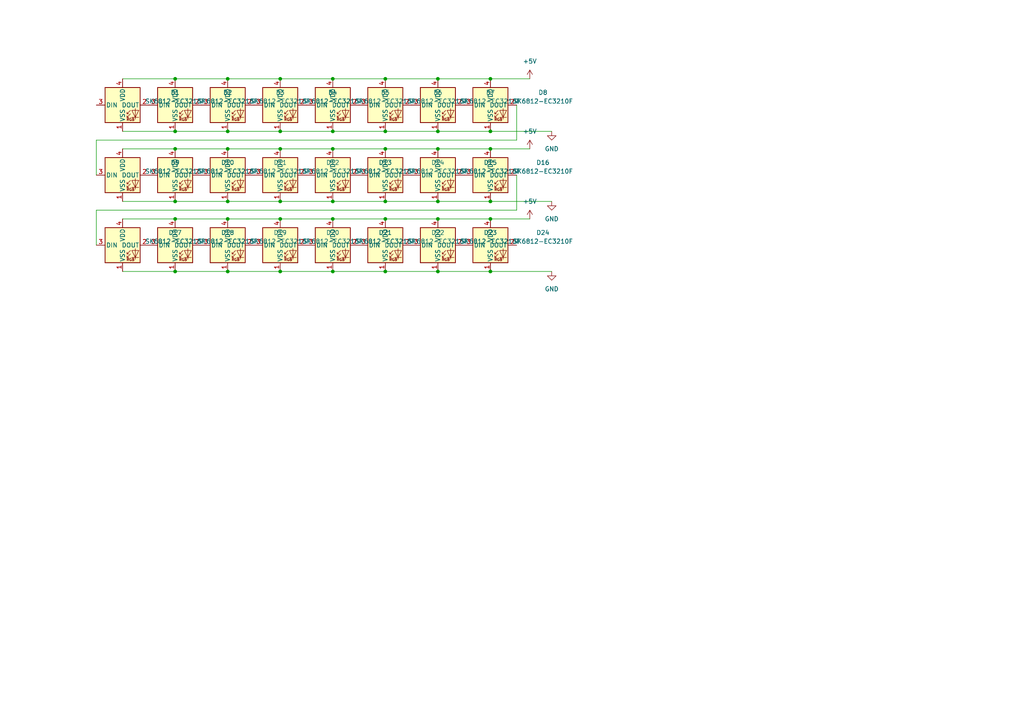
<source format=kicad_sch>
(kicad_sch (version 20231120) (generator "eeschema") (generator_version "8.0")
  (paper "A4")
  (lib_symbols
    (symbol "CustomSymbols:SK6812-EC3210F" (pin_names (offset 0.254))
      (property "Reference" "D" (at 5.08 5.715 0))
      (property "Value" "SK6812-EC3210F" (at 1.27 -5.715 0))
      (symbol "SK6812-EC3210F_0_0"
        (text "RGB" (at 2.286 -4.191 0) (effects (font (size 0.762 0.762))))
      )
      (symbol "SK6812-EC3210F_0_1"
        (polyline (pts (xy 1.27 -3.556) (xy 1.778 -3.556)))
        (polyline (pts (xy 1.27 -2.54) (xy 1.778 -2.54)))
        (polyline (pts (xy 4.699 -3.556) (xy 2.667 -3.556)))
        (polyline (pts (xy 2.286 -2.54) (xy 1.27 -3.556) (xy 1.27 -3.048)))
        (polyline (pts (xy 2.286 -1.524) (xy 1.27 -2.54) (xy 1.27 -2.032)))
        (polyline (pts (xy 3.683 -1.016) (xy 3.683 -3.556) (xy 3.683 -4.064)))
        (polyline (pts (xy 4.699 -1.524) (xy 2.667 -1.524) (xy 3.683 -3.556) (xy 4.699 -1.524)))
        (rectangle (start 5.08 5.08) (end -5.08 -5.08) (stroke (width 0.254)) (fill (type background)))
      )
      (symbol "SK6812-EC3210F_1_1"
        (pin power_in line (at 0 -7.62 90) (length 2.54) (name "VSS") (number "1"))
        (pin output line (at 7.62 0 180) (length 2.54) (name "DOUT") (number "2"))
        (pin input line (at -7.62 0 0) (length 2.54) (name "DIN") (number "3"))
        (pin power_in line (at 0 7.62 270) (length 2.54) (name "VDD") (number "4"))
      )
    )
    (symbol "power:+5V" (power) (pin_names (offset 0))
      (property "Value" "+5V" (at 0 3.556 0))
      (symbol "+5V_0_1"
        (polyline (pts (xy -0.762 1.27) (xy 0 2.54)))
        (polyline (pts (xy 0 0) (xy 0 2.54)))
        (polyline (pts (xy 0 2.54) (xy 0.762 1.27)))
      )
      (symbol "+5V_1_1"
        (pin power_in line (at 0 0 90) (length 0) hide (name "+5V") (number "1"))
      )
    )
    (symbol "power:GND" (power) (pin_names (offset 0))
      (property "Value" "GND" (at 0 -3.81 0))
      (symbol "GND_0_1"
        (polyline (pts (xy 0 0) (xy 0 -1.27) (xy 1.27 -1.27) (xy 0 -2.54) (xy -1.27 -1.27) (xy 0 -1.27)))
      )
      (symbol "GND_1_1"
        (pin power_in line (at 0 0 270) (length 0) hide (name "GND") (number "1"))
      )
    )
  )
  (junction (at 111.76 22.86))
  (junction (at 50.8 58.42))
  (junction (at 111.76 63.5))
  (junction (at 142.24 38.1))
  (junction (at 142.24 58.42))
  (junction (at 66.04 38.1))
  (junction (at 127 78.74))
  (junction (at 50.8 38.1))
  (junction (at 111.76 78.74))
  (junction (at 96.52 22.86))
  (junction (at 96.52 78.74))
  (junction (at 127 58.42))
  (junction (at 111.76 38.1))
  (junction (at 142.24 22.86))
  (junction (at 50.8 22.86))
  (junction (at 142.24 43.18))
  (junction (at 50.8 63.5))
  (junction (at 127 63.5))
  (junction (at 127 38.1))
  (junction (at 111.76 43.18))
  (junction (at 66.04 58.42))
  (junction (at 142.24 78.74))
  (junction (at 50.8 78.74))
  (junction (at 127 43.18))
  (junction (at 96.52 58.42))
  (junction (at 81.28 43.18))
  (junction (at 66.04 22.86))
  (junction (at 81.28 63.5))
  (junction (at 96.52 38.1))
  (junction (at 66.04 78.74))
  (junction (at 50.8 43.18))
  (junction (at 81.28 78.74))
  (junction (at 81.28 58.42))
  (junction (at 96.52 63.5))
  (junction (at 127 22.86))
  (junction (at 142.24 63.5))
  (junction (at 81.28 38.1))
  (junction (at 111.76 58.42))
  (junction (at 66.04 63.5))
  (junction (at 96.52 43.18))
  (junction (at 81.28 22.86))
  (junction (at 66.04 43.18))
  (wire (pts (xy 111.76 63.5) (xy 127 63.5)))
  (wire (pts (xy 96.52 58.42) (xy 111.76 58.42)))
  (wire (pts (xy 111.76 38.1) (xy 127 38.1)))
  (wire (pts (xy 81.28 38.1) (xy 96.52 38.1)))
  (wire (pts (xy 66.04 22.86) (xy 81.28 22.86)))
  (wire (pts (xy 35.56 78.74) (xy 50.8 78.74)))
  (wire (pts (xy 127 78.74) (xy 142.24 78.74)))
  (wire (pts (xy 50.8 78.74) (xy 66.04 78.74)))
  (wire (pts (xy 127 43.18) (xy 142.24 43.18)))
  (wire (pts (xy 96.52 38.1) (xy 111.76 38.1)))
  (wire (pts (xy 35.56 22.86) (xy 50.8 22.86)))
  (wire (pts (xy 50.8 22.86) (xy 66.04 22.86)))
  (wire (pts (xy 149.86 60.96) (xy 27.94 60.96)))
  (wire (pts (xy 127 22.86) (xy 142.24 22.86)))
  (wire (pts (xy 142.24 38.1) (xy 160.02 38.1)))
  (wire (pts (xy 142.24 63.5) (xy 153.67 63.5)))
  (wire (pts (xy 35.56 38.1) (xy 50.8 38.1)))
  (wire (pts (xy 66.04 63.5) (xy 81.28 63.5)))
  (wire (pts (xy 50.8 63.5) (xy 66.04 63.5)))
  (wire (pts (xy 81.28 43.18) (xy 96.52 43.18)))
  (wire (pts (xy 127 63.5) (xy 142.24 63.5)))
  (wire (pts (xy 27.94 60.96) (xy 27.94 71.12)))
  (wire (pts (xy 111.76 22.86) (xy 127 22.86)))
  (wire (pts (xy 111.76 43.18) (xy 127 43.18)))
  (wire (pts (xy 96.52 78.74) (xy 111.76 78.74)))
  (wire (pts (xy 142.24 22.86) (xy 153.67 22.86)))
  (wire (pts (xy 96.52 43.18) (xy 111.76 43.18)))
  (wire (pts (xy 66.04 58.42) (xy 81.28 58.42)))
  (wire (pts (xy 81.28 58.42) (xy 96.52 58.42)))
  (wire (pts (xy 81.28 78.74) (xy 96.52 78.74)))
  (wire (pts (xy 81.28 22.86) (xy 96.52 22.86)))
  (wire (pts (xy 35.56 58.42) (xy 50.8 58.42)))
  (wire (pts (xy 66.04 78.74) (xy 81.28 78.74)))
  (wire (pts (xy 149.86 30.48) (xy 149.86 40.64)))
  (wire (pts (xy 149.86 50.8) (xy 149.86 60.96)))
  (wire (pts (xy 27.94 40.64) (xy 27.94 50.8)))
  (wire (pts (xy 142.24 43.18) (xy 153.67 43.18)))
  (wire (pts (xy 127 58.42) (xy 142.24 58.42)))
  (wire (pts (xy 35.56 43.18) (xy 50.8 43.18)))
  (wire (pts (xy 96.52 22.86) (xy 111.76 22.86)))
  (wire (pts (xy 50.8 58.42) (xy 66.04 58.42)))
  (wire (pts (xy 66.04 38.1) (xy 81.28 38.1)))
  (wire (pts (xy 81.28 63.5) (xy 96.52 63.5)))
  (wire (pts (xy 111.76 58.42) (xy 127 58.42)))
  (wire (pts (xy 66.04 43.18) (xy 81.28 43.18)))
  (wire (pts (xy 127 38.1) (xy 142.24 38.1)))
  (wire (pts (xy 50.8 43.18) (xy 66.04 43.18)))
  (wire (pts (xy 149.86 40.64) (xy 27.94 40.64)))
  (wire (pts (xy 35.56 63.5) (xy 50.8 63.5)))
  (wire (pts (xy 142.24 78.74) (xy 160.02 78.74)))
  (wire (pts (xy 142.24 58.42) (xy 160.02 58.42)))
  (wire (pts (xy 50.8 38.1) (xy 66.04 38.1)))
  (wire (pts (xy 96.52 63.5) (xy 111.76 63.5)))
  (wire (pts (xy 111.76 78.74) (xy 127 78.74)))
  (symbol (lib_id "power:+5V") (at 153.67 63.5 0) (unit 1)
    (property "Reference" "#PWR03" (effects (hide yes)))
    (property "Value" "+5V" (at 153.67 58.42 0))
  )
  (symbol (lib_id "CustomSymbols:SK6812-EC3210F") (at 96.52 30.48 0) (unit 1)
    (property "Reference" "D5" (at 111.76 26.8321 0))
    (property "Value" "SK6812-EC3210F" (at 111.76 29.3721 0))
    (property "Footprint" "Custom Footprint Library:SK6812-EC3210F" (effects (hide yes)))
    (property "Datasheet" "https://cdn-shop.adafruit.com/product-files/4892/4892_SK68XX-EC3210F__REV.A.pdf" (effects (hide yes)))
  )
  (symbol (lib_id "CustomSymbols:SK6812-EC3210F") (at 35.56 71.12 0) (unit 1)
    (property "Reference" "D17" (at 50.8 67.4721 0))
    (property "Value" "SK6812-EC3210F" (at 50.8 70.0121 0))
    (property "Footprint" "Custom Footprint Library:SK6812-EC3210F" (effects (hide yes)))
    (property "Datasheet" "https://cdn-shop.adafruit.com/product-files/4892/4892_SK68XX-EC3210F__REV.A.pdf" (effects (hide yes)))
  )
  (symbol (lib_id "CustomSymbols:SK6812-EC3210F") (at 142.24 71.12 0) (unit 1)
    (property "Reference" "D24" (at 157.48 67.4721 0))
    (property "Value" "SK6812-EC3210F" (at 157.48 70.0121 0))
    (property "Footprint" "Custom Footprint Library:SK6812-EC3210F" (effects (hide yes)))
    (property "Datasheet" "https://cdn-shop.adafruit.com/product-files/4892/4892_SK68XX-EC3210F__REV.A.pdf" (effects (hide yes)))
  )
  (symbol (lib_id "CustomSymbols:SK6812-EC3210F") (at 50.8 50.8 0) (unit 1)
    (property "Reference" "D10" (at 66.04 47.1521 0))
    (property "Value" "SK6812-EC3210F" (at 66.04 49.6921 0))
    (property "Footprint" "Custom Footprint Library:SK6812-EC3210F" (effects (hide yes)))
    (property "Datasheet" "https://cdn-shop.adafruit.com/product-files/4892/4892_SK68XX-EC3210F__REV.A.pdf" (effects (hide yes)))
  )
  (symbol (lib_id "power:+5V") (at 153.67 43.18 0) (unit 1)
    (property "Reference" "#PWR02" (effects (hide yes)))
    (property "Value" "+5V" (at 153.67 38.1 0))
  )
  (symbol (lib_id "CustomSymbols:SK6812-EC3210F") (at 111.76 50.8 0) (unit 1)
    (property "Reference" "D14" (at 127 47.1521 0))
    (property "Value" "SK6812-EC3210F" (at 127 49.6921 0))
    (property "Footprint" "Custom Footprint Library:SK6812-EC3210F" (effects (hide yes)))
    (property "Datasheet" "https://cdn-shop.adafruit.com/product-files/4892/4892_SK68XX-EC3210F__REV.A.pdf" (effects (hide yes)))
  )
  (symbol (lib_id "power:GND") (at 160.02 38.1 0) (unit 1)
    (property "Reference" "#PWR05" (effects (hide yes)))
    (property "Value" "GND" (at 160.02 43.18 0))
  )
  (symbol (lib_id "CustomSymbols:SK6812-EC3210F") (at 50.8 71.12 0) (unit 1)
    (property "Reference" "D18" (at 66.04 67.4721 0))
    (property "Value" "SK6812-EC3210F" (at 66.04 70.0121 0))
    (property "Footprint" "Custom Footprint Library:SK6812-EC3210F" (effects (hide yes)))
    (property "Datasheet" "https://cdn-shop.adafruit.com/product-files/4892/4892_SK68XX-EC3210F__REV.A.pdf" (effects (hide yes)))
  )
  (symbol (lib_id "CustomSymbols:SK6812-EC3210F") (at 142.24 30.48 0) (unit 1)
    (property "Reference" "D8" (at 157.48 26.8321 0))
    (property "Value" "SK6812-EC3210F" (at 157.48 29.3721 0))
    (property "Footprint" "Custom Footprint Library:SK6812-EC3210F" (effects (hide yes)))
    (property "Datasheet" "https://cdn-shop.adafruit.com/product-files/4892/4892_SK68XX-EC3210F__REV.A.pdf" (effects (hide yes)))
  )
  (symbol (lib_id "CustomSymbols:SK6812-EC3210F") (at 111.76 30.48 0) (unit 1)
    (property "Reference" "D6" (at 127 26.8321 0))
    (property "Value" "SK6812-EC3210F" (at 127 29.3721 0))
    (property "Footprint" "Custom Footprint Library:SK6812-EC3210F" (effects (hide yes)))
    (property "Datasheet" "https://cdn-shop.adafruit.com/product-files/4892/4892_SK68XX-EC3210F__REV.A.pdf" (effects (hide yes)))
  )
  (symbol (lib_id "CustomSymbols:SK6812-EC3210F") (at 127 71.12 0) (unit 1)
    (property "Reference" "D23" (at 142.24 67.4721 0))
    (property "Value" "SK6812-EC3210F" (at 142.24 70.0121 0))
    (property "Footprint" "Custom Footprint Library:SK6812-EC3210F" (effects (hide yes)))
    (property "Datasheet" "https://cdn-shop.adafruit.com/product-files/4892/4892_SK68XX-EC3210F__REV.A.pdf" (effects (hide yes)))
  )
  (symbol (lib_id "CustomSymbols:SK6812-EC3210F") (at 111.76 71.12 0) (unit 1)
    (property "Reference" "D22" (at 127 67.4721 0))
    (property "Value" "SK6812-EC3210F" (at 127 70.0121 0))
    (property "Footprint" "Custom Footprint Library:SK6812-EC3210F" (effects (hide yes)))
    (property "Datasheet" "https://cdn-shop.adafruit.com/product-files/4892/4892_SK68XX-EC3210F__REV.A.pdf" (effects (hide yes)))
  )
  (symbol (lib_id "CustomSymbols:SK6812-EC3210F") (at 35.56 50.8 0) (unit 1)
    (property "Reference" "D9" (at 50.8 47.1521 0))
    (property "Value" "SK6812-EC3210F" (at 50.8 49.6921 0))
    (property "Footprint" "Custom Footprint Library:SK6812-EC3210F" (effects (hide yes)))
    (property "Datasheet" "https://cdn-shop.adafruit.com/product-files/4892/4892_SK68XX-EC3210F__REV.A.pdf" (effects (hide yes)))
  )
  (symbol (lib_id "CustomSymbols:SK6812-EC3210F") (at 66.04 50.8 0) (unit 1)
    (property "Reference" "D11" (at 81.28 47.1521 0))
    (property "Value" "SK6812-EC3210F" (at 81.28 49.6921 0))
    (property "Footprint" "Custom Footprint Library:SK6812-EC3210F" (effects (hide yes)))
    (property "Datasheet" "https://cdn-shop.adafruit.com/product-files/4892/4892_SK68XX-EC3210F__REV.A.pdf" (effects (hide yes)))
  )
  (symbol (lib_id "CustomSymbols:SK6812-EC3210F") (at 81.28 50.8 0) (unit 1)
    (property "Reference" "D12" (at 96.52 47.1521 0))
    (property "Value" "SK6812-EC3210F" (at 96.52 49.6921 0))
    (property "Footprint" "Custom Footprint Library:SK6812-EC3210F" (effects (hide yes)))
    (property "Datasheet" "https://cdn-shop.adafruit.com/product-files/4892/4892_SK68XX-EC3210F__REV.A.pdf" (effects (hide yes)))
  )
  (symbol (lib_id "CustomSymbols:SK6812-EC3210F") (at 35.56 30.48 0) (unit 1)
    (property "Reference" "D1" (at 50.8 26.8321 0))
    (property "Value" "SK6812-EC3210F" (at 50.8 29.3721 0))
    (property "Footprint" "Custom Footprint Library:SK6812-EC3210F" (effects (hide yes)))
    (property "Datasheet" "https://cdn-shop.adafruit.com/product-files/4892/4892_SK68XX-EC3210F__REV.A.pdf" (effects (hide yes)))
  )
  (symbol (lib_id "CustomSymbols:SK6812-EC3210F") (at 50.8 30.48 0) (unit 1)
    (property "Reference" "D2" (at 66.04 26.8321 0))
    (property "Value" "SK6812-EC3210F" (at 66.04 29.3721 0))
    (property "Footprint" "Custom Footprint Library:SK6812-EC3210F" (effects (hide yes)))
    (property "Datasheet" "https://cdn-shop.adafruit.com/product-files/4892/4892_SK68XX-EC3210F__REV.A.pdf" (effects (hide yes)))
  )
  (symbol (lib_id "CustomSymbols:SK6812-EC3210F") (at 127 30.48 0) (unit 1)
    (property "Reference" "D7" (at 142.24 26.8321 0))
    (property "Value" "SK6812-EC3210F" (at 142.24 29.3721 0))
    (property "Footprint" "Custom Footprint Library:SK6812-EC3210F" (effects (hide yes)))
    (property "Datasheet" "https://cdn-shop.adafruit.com/product-files/4892/4892_SK68XX-EC3210F__REV.A.pdf" (effects (hide yes)))
  )
  (symbol (lib_id "CustomSymbols:SK6812-EC3210F") (at 96.52 50.8 0) (unit 1)
    (property "Reference" "D13" (at 111.76 47.1521 0))
    (property "Value" "SK6812-EC3210F" (at 111.76 49.6921 0))
    (property "Footprint" "Custom Footprint Library:SK6812-EC3210F" (effects (hide yes)))
    (property "Datasheet" "https://cdn-shop.adafruit.com/product-files/4892/4892_SK68XX-EC3210F__REV.A.pdf" (effects (hide yes)))
  )
  (symbol (lib_id "CustomSymbols:SK6812-EC3210F") (at 127 50.8 0) (unit 1)
    (property "Reference" "D15" (at 142.24 47.1521 0))
    (property "Value" "SK6812-EC3210F" (at 142.24 49.6921 0))
    (property "Footprint" "Custom Footprint Library:SK6812-EC3210F" (effects (hide yes)))
    (property "Datasheet" "https://cdn-shop.adafruit.com/product-files/4892/4892_SK68XX-EC3210F__REV.A.pdf" (effects (hide yes)))
  )
  (symbol (lib_id "CustomSymbols:SK6812-EC3210F") (at 96.52 71.12 0) (unit 1)
    (property "Reference" "D21" (at 111.76 67.4721 0))
    (property "Value" "SK6812-EC3210F" (at 111.76 70.0121 0))
    (property "Footprint" "Custom Footprint Library:SK6812-EC3210F" (effects (hide yes)))
    (property "Datasheet" "https://cdn-shop.adafruit.com/product-files/4892/4892_SK68XX-EC3210F__REV.A.pdf" (effects (hide yes)))
  )
  (symbol (lib_id "power:GND") (at 160.02 58.42 0) (unit 1)
    (property "Reference" "#PWR06" (effects (hide yes)))
    (property "Value" "GND" (at 160.02 63.5 0))
  )
  (symbol (lib_id "CustomSymbols:SK6812-EC3210F") (at 66.04 71.12 0) (unit 1)
    (property "Reference" "D19" (at 81.28 67.4721 0))
    (property "Value" "SK6812-EC3210F" (at 81.28 70.0121 0))
    (property "Footprint" "Custom Footprint Library:SK6812-EC3210F" (effects (hide yes)))
    (property "Datasheet" "https://cdn-shop.adafruit.com/product-files/4892/4892_SK68XX-EC3210F__REV.A.pdf" (effects (hide yes)))
  )
  (symbol (lib_id "CustomSymbols:SK6812-EC3210F") (at 81.28 30.48 0) (unit 1)
    (property "Reference" "D4" (at 96.52 26.8321 0))
    (property "Value" "SK6812-EC3210F" (at 96.52 29.3721 0))
    (property "Footprint" "Custom Footprint Library:SK6812-EC3210F" (effects (hide yes)))
    (property "Datasheet" "https://cdn-shop.adafruit.com/product-files/4892/4892_SK68XX-EC3210F__REV.A.pdf" (effects (hide yes)))
  )
  (symbol (lib_id "CustomSymbols:SK6812-EC3210F") (at 142.24 50.8 0) (unit 1)
    (property "Reference" "D16" (at 157.48 47.1521 0))
    (property "Value" "SK6812-EC3210F" (at 157.48 49.6921 0))
    (property "Footprint" "Custom Footprint Library:SK6812-EC3210F" (effects (hide yes)))
    (property "Datasheet" "https://cdn-shop.adafruit.com/product-files/4892/4892_SK68XX-EC3210F__REV.A.pdf" (effects (hide yes)))
  )
  (symbol (lib_id "power:GND") (at 160.02 78.74 0) (unit 1)
    (property "Reference" "#PWR07" (effects (hide yes)))
    (property "Value" "GND" (at 160.02 83.82 0))
  )
  (symbol (lib_id "power:+5V") (at 153.67 22.86 0) (unit 1)
    (property "Reference" "#PWR01" (effects (hide yes)))
    (property "Value" "+5V" (at 153.67 17.78 0))
  )
  (symbol (lib_id "CustomSymbols:SK6812-EC3210F") (at 81.28 71.12 0) (unit 1)
    (property "Reference" "D20" (at 96.52 67.4721 0))
    (property "Value" "SK6812-EC3210F" (at 96.52 70.0121 0))
    (property "Footprint" "Custom Footprint Library:SK6812-EC3210F" (effects (hide yes)))
    (property "Datasheet" "https://cdn-shop.adafruit.com/product-files/4892/4892_SK68XX-EC3210F__REV.A.pdf" (effects (hide yes)))
  )
  (symbol (lib_id "CustomSymbols:SK6812-EC3210F") (at 66.04 30.48 0) (unit 1)
    (property "Reference" "D3" (at 81.28 26.8321 0))
    (property "Value" "SK6812-EC3210F" (at 81.28 29.3721 0))
    (property "Footprint" "Custom Footprint Library:SK6812-EC3210F" (effects (hide yes)))
    (property "Datasheet" "https://cdn-shop.adafruit.com/product-files/4892/4892_SK68XX-EC3210F__REV.A.pdf" (effects (hide yes)))
  )
)
</source>
